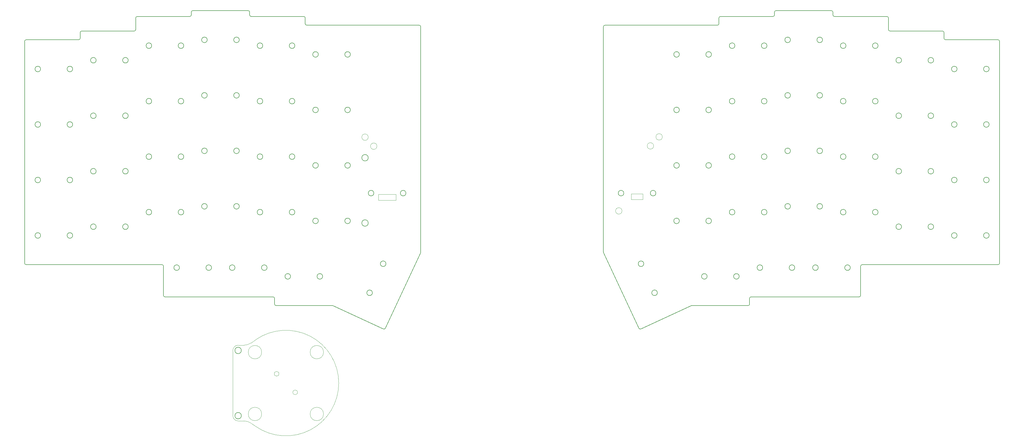
<source format=gm1>
G04 #@! TF.GenerationSoftware,KiCad,Pcbnew,9.0.3*
G04 #@! TF.CreationDate,2025-08-06T01:59:05-04:00*
G04 #@! TF.ProjectId,quartz58,71756172-747a-4353-982e-6b696361645f,rev?*
G04 #@! TF.SameCoordinates,Original*
G04 #@! TF.FileFunction,Profile,NP*
%FSLAX46Y46*%
G04 Gerber Fmt 4.6, Leading zero omitted, Abs format (unit mm)*
G04 Created by KiCad (PCBNEW 9.0.3) date 2025-08-06 01:59:05*
%MOMM*%
%LPD*%
G01*
G04 APERTURE LIST*
G04 #@! TA.AperFunction,Profile*
%ADD10C,0.150000*%
G04 #@! TD*
G04 #@! TA.AperFunction,Profile*
%ADD11C,0.100000*%
G04 #@! TD*
G04 #@! TA.AperFunction,Profile*
%ADD12C,0.200000*%
G04 #@! TD*
G04 APERTURE END LIST*
D10*
X151581850Y-176177544D02*
X132151607Y-176177544D01*
X103076607Y-76427544D02*
X103076607Y-75427544D01*
X168958035Y-184228503D02*
X151793159Y-176224390D01*
X103576607Y-74927544D02*
X122626607Y-74927544D01*
X181776606Y-157811695D02*
G75*
G02*
X181729765Y-158023010I-499606J-105D01*
G01*
X294576607Y-175677544D02*
G75*
G02*
X294076607Y-176177607I-500107J44D01*
G01*
X181276607Y-79927544D02*
G75*
G02*
X181776556Y-80427544I-7J-499956D01*
G01*
X123626607Y-76927544D02*
X141676607Y-76927544D01*
X341701607Y-76927544D02*
X323651607Y-76927544D01*
D11*
X117351881Y-191582162D02*
G75*
G02*
X119151881Y-189782181I1800019J-38D01*
G01*
D10*
X332676607Y-172677544D02*
G75*
G02*
X332176607Y-173177607I-500107J44D01*
G01*
X332676607Y-172677544D02*
X332676607Y-162627544D01*
X302601607Y-76927544D02*
X284551607Y-76927544D01*
X84026607Y-77427544D02*
G75*
G02*
X84526607Y-76927507I499993J44D01*
G01*
X332676607Y-162627544D02*
G75*
G02*
X333176607Y-162127607I499893J44D01*
G01*
X93551607Y-172677544D02*
X93551607Y-162627544D01*
X94051607Y-173177544D02*
G75*
G02*
X93551556Y-172677544I-7J500044D01*
G01*
X244498454Y-158023007D02*
X256605717Y-183986662D01*
D11*
X125211941Y-187886792D02*
G75*
G02*
X125211943Y-217676709I10327439J-14894958D01*
G01*
D10*
X151581850Y-176177544D02*
G75*
G02*
X151793164Y-176224379I-50J-500356D01*
G01*
X169622497Y-183986661D02*
G75*
G02*
X168958020Y-184228535I-453197J211361D01*
G01*
X122626607Y-74927544D02*
G75*
G02*
X123126556Y-75427544I-7J-499956D01*
G01*
X65476607Y-81927544D02*
X83526607Y-81927544D01*
X361251607Y-84427544D02*
X361251607Y-82427544D01*
X132151607Y-176177544D02*
G75*
G02*
X131651556Y-175677544I-7J500044D01*
G01*
X380301607Y-161627544D02*
X380301607Y-85427544D01*
X142676607Y-79927544D02*
G75*
G02*
X142176556Y-79427544I-7J500044D01*
G01*
X142676607Y-79927544D02*
X181276607Y-79927544D01*
X257270180Y-184228503D02*
G75*
G02*
X256605732Y-183986655I-211280J453203D01*
G01*
D12*
X120251881Y-213981342D02*
G75*
G02*
X118051881Y-213981342I-1100000J0D01*
G01*
X118051881Y-213981342D02*
G75*
G02*
X120251881Y-213981342I1100000J0D01*
G01*
D10*
X142176607Y-77427544D02*
X142176607Y-79427544D01*
X274435055Y-176224390D02*
G75*
G02*
X274646364Y-176177544I211145J-452410D01*
G01*
X323651607Y-76927544D02*
G75*
G02*
X323151656Y-76427544I-7J499944D01*
G01*
X84526607Y-76927544D02*
X102576607Y-76927544D01*
X322651607Y-74927544D02*
G75*
G02*
X323151656Y-75427544I-7J-500056D01*
G01*
X46426607Y-84927544D02*
X64476607Y-84927544D01*
X379801607Y-84927544D02*
X361751607Y-84927544D01*
X333176607Y-162127544D02*
X379801607Y-162127544D01*
X131151607Y-173177544D02*
X94051607Y-173177544D01*
X342701607Y-81927544D02*
G75*
G02*
X342201656Y-81427544I-7J499944D01*
G01*
X322651607Y-74927544D02*
X303601607Y-74927544D01*
X379801607Y-84927544D02*
G75*
G02*
X380301656Y-85427544I-7J-500056D01*
G01*
D12*
X120251881Y-191582162D02*
G75*
G02*
X118051881Y-191582162I-1100000J0D01*
G01*
X118051881Y-191582162D02*
G75*
G02*
X120251881Y-191582162I1100000J0D01*
G01*
D10*
X342201607Y-81427544D02*
X342201607Y-77427544D01*
X46426607Y-162127544D02*
G75*
G02*
X45926556Y-161627544I-7J500044D01*
G01*
X64976607Y-84427544D02*
G75*
G02*
X64476607Y-84927507I-500007J44D01*
G01*
X283551607Y-79927544D02*
X244951607Y-79927544D01*
X274646364Y-176177544D02*
X294076607Y-176177544D01*
D11*
X121151881Y-215781342D02*
G75*
G02*
X123568364Y-216537128I19J-4240958D01*
G01*
D10*
X284051607Y-77427544D02*
X284051607Y-79427544D01*
X131651607Y-175677544D02*
X131651607Y-173677544D01*
X303101607Y-75427544D02*
G75*
G02*
X303601607Y-74927607I499893J44D01*
G01*
X123126607Y-75427544D02*
X123126607Y-76427544D01*
X181729760Y-158023007D02*
X169622497Y-183986662D01*
X294576607Y-173677544D02*
G75*
G02*
X295076607Y-173177607I499893J44D01*
G01*
D11*
X123568361Y-216537148D02*
X125211941Y-217676707D01*
X119151881Y-189782162D02*
X121161559Y-189782162D01*
D10*
X360751607Y-81927544D02*
G75*
G02*
X361251656Y-82427544I-7J-500056D01*
G01*
X84026607Y-81427544D02*
G75*
G02*
X83526607Y-81927507I-500007J44D01*
G01*
X323151607Y-76427544D02*
X323151607Y-75427544D01*
D11*
X119151881Y-215781342D02*
G75*
G02*
X117351858Y-213981342I19J1800042D01*
G01*
D10*
X244498455Y-158023007D02*
G75*
G02*
X244451609Y-157811695I453145J211307D01*
G01*
X284051607Y-79427544D02*
G75*
G02*
X283551607Y-79927607I-500107J44D01*
G01*
X64976607Y-84427544D02*
X64976607Y-82427544D01*
X181776607Y-80427544D02*
X181776607Y-157811695D01*
X45926607Y-85427544D02*
G75*
G02*
X46426607Y-84927507I499993J44D01*
G01*
D11*
X123568361Y-189026372D02*
G75*
G02*
X121151881Y-189782174I-2416461J3485072D01*
G01*
D10*
X294576607Y-175677544D02*
X294576607Y-173677544D01*
X341701607Y-76927544D02*
G75*
G02*
X342201656Y-77427544I-7J-500056D01*
G01*
X361751607Y-84927544D02*
G75*
G02*
X361251656Y-84427544I-7J499944D01*
G01*
X45926607Y-161627544D02*
X45926607Y-85427544D01*
X380301607Y-161627544D02*
G75*
G02*
X379801607Y-162127607I-500107J44D01*
G01*
X244451607Y-80427544D02*
X244451607Y-157811695D01*
X141676607Y-76927544D02*
G75*
G02*
X142176556Y-77427544I-7J-499956D01*
G01*
X284051607Y-77427544D02*
G75*
G02*
X284551607Y-76927607I499893J44D01*
G01*
X64976607Y-82427544D02*
G75*
G02*
X65476607Y-81927507I499993J44D01*
G01*
X123626607Y-76927544D02*
G75*
G02*
X123126556Y-76427544I-7J500044D01*
G01*
X93051607Y-162127544D02*
X46426607Y-162127544D01*
X244451607Y-80427544D02*
G75*
G02*
X244951607Y-79927607I499893J44D01*
G01*
X303101607Y-76427544D02*
G75*
G02*
X302601607Y-76927607I-500107J44D01*
G01*
X103076607Y-75427544D02*
G75*
G02*
X103576607Y-74927507I499993J44D01*
G01*
D11*
X119151881Y-215781342D02*
X121151900Y-215781342D01*
X125211941Y-187886792D02*
X123568361Y-189026371D01*
D10*
X93051607Y-162127544D02*
G75*
G02*
X93551556Y-162627544I-7J-499956D01*
G01*
X103076607Y-76427544D02*
G75*
G02*
X102576607Y-76927507I-500007J44D01*
G01*
X360751607Y-81927544D02*
X342701607Y-81927544D01*
D11*
X117351881Y-191582200D02*
X117351881Y-213990399D01*
D10*
X84026607Y-81427544D02*
X84026607Y-77427544D01*
X131151607Y-173177544D02*
G75*
G02*
X131651556Y-173677544I-7J-499956D01*
G01*
X257270179Y-184228503D02*
X274435055Y-176224390D01*
X303101607Y-75427544D02*
X303101607Y-76427544D01*
X295076607Y-173177544D02*
X332176607Y-173177544D01*
D12*
X70451607Y-149102544D02*
G75*
G02*
X68551607Y-149102544I-950000J0D01*
G01*
X68551607Y-149102544D02*
G75*
G02*
X70451607Y-149102544I950000J0D01*
G01*
X81451607Y-149102544D02*
G75*
G02*
X79551607Y-149102544I-950000J0D01*
G01*
X79551607Y-149102544D02*
G75*
G02*
X81451607Y-149102544I950000J0D01*
G01*
X289526607Y-125052544D02*
G75*
G02*
X287626607Y-125052544I-950000J0D01*
G01*
X287626607Y-125052544D02*
G75*
G02*
X289526607Y-125052544I950000J0D01*
G01*
X300526607Y-125052544D02*
G75*
G02*
X298626607Y-125052544I-950000J0D01*
G01*
X298626607Y-125052544D02*
G75*
G02*
X300526607Y-125052544I950000J0D01*
G01*
X308576607Y-104002544D02*
G75*
G02*
X306676607Y-104002544I-950000J0D01*
G01*
X306676607Y-104002544D02*
G75*
G02*
X308576607Y-104002544I950000J0D01*
G01*
X319576607Y-104002544D02*
G75*
G02*
X317676607Y-104002544I-950000J0D01*
G01*
X317676607Y-104002544D02*
G75*
G02*
X319576607Y-104002544I950000J0D01*
G01*
X99026607Y-163152544D02*
G75*
G02*
X97126607Y-163152544I-950000J0D01*
G01*
X97126607Y-163152544D02*
G75*
G02*
X99026607Y-163152544I950000J0D01*
G01*
X110026607Y-163152544D02*
G75*
G02*
X108126607Y-163152544I-950000J0D01*
G01*
X108126607Y-163152544D02*
G75*
G02*
X110026607Y-163152544I950000J0D01*
G01*
X146651607Y-147102544D02*
G75*
G02*
X144751607Y-147102544I-950000J0D01*
G01*
X144751607Y-147102544D02*
G75*
G02*
X146651607Y-147102544I950000J0D01*
G01*
X157651607Y-147102544D02*
G75*
G02*
X155751607Y-147102544I-950000J0D01*
G01*
X155751607Y-147102544D02*
G75*
G02*
X157651607Y-147102544I950000J0D01*
G01*
X327626607Y-144102544D02*
G75*
G02*
X325726607Y-144102544I-950000J0D01*
G01*
X325726607Y-144102544D02*
G75*
G02*
X327626607Y-144102544I950000J0D01*
G01*
X338626607Y-144102544D02*
G75*
G02*
X336726607Y-144102544I-950000J0D01*
G01*
X336726607Y-144102544D02*
G75*
G02*
X338626607Y-144102544I950000J0D01*
G01*
X365726607Y-94952544D02*
G75*
G02*
X363826607Y-94952544I-950000J0D01*
G01*
X363826607Y-94952544D02*
G75*
G02*
X365726607Y-94952544I950000J0D01*
G01*
X376726607Y-94952544D02*
G75*
G02*
X374826607Y-94952544I-950000J0D01*
G01*
X374826607Y-94952544D02*
G75*
G02*
X376726607Y-94952544I950000J0D01*
G01*
X89501607Y-106002544D02*
G75*
G02*
X87601607Y-106002544I-950000J0D01*
G01*
X87601607Y-106002544D02*
G75*
G02*
X89501607Y-106002544I950000J0D01*
G01*
X100501607Y-106002544D02*
G75*
G02*
X98601607Y-106002544I-950000J0D01*
G01*
X98601607Y-106002544D02*
G75*
G02*
X100501607Y-106002544I950000J0D01*
G01*
X108551607Y-142102544D02*
G75*
G02*
X106651607Y-142102544I-950000J0D01*
G01*
X106651607Y-142102544D02*
G75*
G02*
X108551607Y-142102544I950000J0D01*
G01*
X119551607Y-142102544D02*
G75*
G02*
X117651607Y-142102544I-950000J0D01*
G01*
X117651607Y-142102544D02*
G75*
G02*
X119551607Y-142102544I950000J0D01*
G01*
X346676607Y-111002544D02*
G75*
G02*
X344776607Y-111002544I-950000J0D01*
G01*
X344776607Y-111002544D02*
G75*
G02*
X346676607Y-111002544I950000J0D01*
G01*
X357676607Y-111002544D02*
G75*
G02*
X355776607Y-111002544I-950000J0D01*
G01*
X355776607Y-111002544D02*
G75*
G02*
X357676607Y-111002544I950000J0D01*
G01*
D11*
X148445981Y-213388352D02*
G75*
G02*
X143845981Y-213388352I-2300000J0D01*
G01*
X143845981Y-213388352D02*
G75*
G02*
X148445981Y-213388352I2300000J0D01*
G01*
X148445981Y-192175152D02*
G75*
G02*
X143845981Y-192175152I-2300000J0D01*
G01*
X143845981Y-192175152D02*
G75*
G02*
X148445981Y-192175152I2300000J0D01*
G01*
X139521361Y-205963732D02*
G75*
G02*
X137921361Y-205963732I-800000J0D01*
G01*
X137921361Y-205963732D02*
G75*
G02*
X139521361Y-205963732I800000J0D01*
G01*
X133157401Y-199599772D02*
G75*
G02*
X131557401Y-199599772I-800000J0D01*
G01*
X131557401Y-199599772D02*
G75*
G02*
X133157401Y-199599772I800000J0D01*
G01*
X127232781Y-213388352D02*
G75*
G02*
X122632781Y-213388352I-2300000J0D01*
G01*
X122632781Y-213388352D02*
G75*
G02*
X127232781Y-213388352I2300000J0D01*
G01*
X127232781Y-192175152D02*
G75*
G02*
X122632781Y-192175152I-2300000J0D01*
G01*
X122632781Y-192175152D02*
G75*
G02*
X127232781Y-192175152I2300000J0D01*
G01*
D12*
X327626607Y-106002544D02*
G75*
G02*
X325726607Y-106002544I-950000J0D01*
G01*
X325726607Y-106002544D02*
G75*
G02*
X327626607Y-106002544I950000J0D01*
G01*
X338626607Y-106002544D02*
G75*
G02*
X336726607Y-106002544I-950000J0D01*
G01*
X336726607Y-106002544D02*
G75*
G02*
X338626607Y-106002544I950000J0D01*
G01*
X51401607Y-94952544D02*
G75*
G02*
X49501607Y-94952544I-950000J0D01*
G01*
X49501607Y-94952544D02*
G75*
G02*
X51401607Y-94952544I950000J0D01*
G01*
X62401607Y-94952544D02*
G75*
G02*
X60501607Y-94952544I-950000J0D01*
G01*
X60501607Y-94952544D02*
G75*
G02*
X62401607Y-94952544I950000J0D01*
G01*
X89501607Y-86952544D02*
G75*
G02*
X87601607Y-86952544I-950000J0D01*
G01*
X87601607Y-86952544D02*
G75*
G02*
X89501607Y-86952544I950000J0D01*
G01*
X100501607Y-86952544D02*
G75*
G02*
X98601607Y-86952544I-950000J0D01*
G01*
X98601607Y-86952544D02*
G75*
G02*
X100501607Y-86952544I950000J0D01*
G01*
X118076607Y-163152544D02*
G75*
G02*
X116176607Y-163152544I-950000J0D01*
G01*
X116176607Y-163152544D02*
G75*
G02*
X118076607Y-163152544I950000J0D01*
G01*
X129076607Y-163152544D02*
G75*
G02*
X127176607Y-163152544I-950000J0D01*
G01*
X127176607Y-163152544D02*
G75*
G02*
X129076607Y-163152544I950000J0D01*
G01*
X308576607Y-84952544D02*
G75*
G02*
X306676607Y-84952544I-950000J0D01*
G01*
X306676607Y-84952544D02*
G75*
G02*
X308576607Y-84952544I950000J0D01*
G01*
X319576607Y-84952544D02*
G75*
G02*
X317676607Y-84952544I-950000J0D01*
G01*
X317676607Y-84952544D02*
G75*
G02*
X319576607Y-84952544I950000J0D01*
G01*
X51401607Y-152102544D02*
G75*
G02*
X49501607Y-152102544I-950000J0D01*
G01*
X49501607Y-152102544D02*
G75*
G02*
X51401607Y-152102544I950000J0D01*
G01*
X62401607Y-152102544D02*
G75*
G02*
X60501607Y-152102544I-950000J0D01*
G01*
X60501607Y-152102544D02*
G75*
G02*
X62401607Y-152102544I950000J0D01*
G01*
X327626607Y-86952544D02*
G75*
G02*
X325726607Y-86952544I-950000J0D01*
G01*
X325726607Y-86952544D02*
G75*
G02*
X327626607Y-86952544I950000J0D01*
G01*
X338626607Y-86952544D02*
G75*
G02*
X336726607Y-86952544I-950000J0D01*
G01*
X336726607Y-86952544D02*
G75*
G02*
X338626607Y-86952544I950000J0D01*
G01*
X365726607Y-114002544D02*
G75*
G02*
X363826607Y-114002544I-950000J0D01*
G01*
X363826607Y-114002544D02*
G75*
G02*
X365726607Y-114002544I950000J0D01*
G01*
X376726607Y-114002544D02*
G75*
G02*
X374826607Y-114002544I-950000J0D01*
G01*
X374826607Y-114002544D02*
G75*
G02*
X376726607Y-114002544I950000J0D01*
G01*
X258278895Y-161816344D02*
G75*
G02*
X256378897Y-161816344I-949999J0D01*
G01*
X256378897Y-161816344D02*
G75*
G02*
X258278895Y-161816344I949999J0D01*
G01*
X262927696Y-171785730D02*
G75*
G02*
X261027696Y-171785730I-950000J0D01*
G01*
X261027696Y-171785730D02*
G75*
G02*
X262927696Y-171785730I950000J0D01*
G01*
X346676607Y-149102544D02*
G75*
G02*
X344776607Y-149102544I-950000J0D01*
G01*
X344776607Y-149102544D02*
G75*
G02*
X346676607Y-149102544I950000J0D01*
G01*
X357676607Y-149102544D02*
G75*
G02*
X355776607Y-149102544I-950000J0D01*
G01*
X355776607Y-149102544D02*
G75*
G02*
X357676607Y-149102544I950000J0D01*
G01*
X308576607Y-142102544D02*
G75*
G02*
X306676607Y-142102544I-950000J0D01*
G01*
X306676607Y-142102544D02*
G75*
G02*
X308576607Y-142102544I950000J0D01*
G01*
X319576607Y-142102544D02*
G75*
G02*
X317676607Y-142102544I-950000J0D01*
G01*
X317676607Y-142102544D02*
G75*
G02*
X319576607Y-142102544I950000J0D01*
G01*
X127601607Y-144102544D02*
G75*
G02*
X125701607Y-144102544I-950000J0D01*
G01*
X125701607Y-144102544D02*
G75*
G02*
X127601607Y-144102544I950000J0D01*
G01*
X138601607Y-144102544D02*
G75*
G02*
X136701607Y-144102544I-950000J0D01*
G01*
X136701607Y-144102544D02*
G75*
G02*
X138601607Y-144102544I950000J0D01*
G01*
X127601607Y-86952544D02*
G75*
G02*
X125701607Y-86952544I-950000J0D01*
G01*
X125701607Y-86952544D02*
G75*
G02*
X127601607Y-86952544I950000J0D01*
G01*
X138601607Y-86952544D02*
G75*
G02*
X136701607Y-86952544I-950000J0D01*
G01*
X136701607Y-86952544D02*
G75*
G02*
X138601607Y-86952544I950000J0D01*
G01*
X127601607Y-106002544D02*
G75*
G02*
X125701607Y-106002544I-950000J0D01*
G01*
X125701607Y-106002544D02*
G75*
G02*
X127601607Y-106002544I950000J0D01*
G01*
X138601607Y-106002544D02*
G75*
G02*
X136701607Y-106002544I-950000J0D01*
G01*
X136701607Y-106002544D02*
G75*
G02*
X138601607Y-106002544I950000J0D01*
G01*
X270476607Y-147102544D02*
G75*
G02*
X268576607Y-147102544I-950000J0D01*
G01*
X268576607Y-147102544D02*
G75*
G02*
X270476607Y-147102544I950000J0D01*
G01*
X281476607Y-147102544D02*
G75*
G02*
X279576607Y-147102544I-950000J0D01*
G01*
X279576607Y-147102544D02*
G75*
G02*
X281476607Y-147102544I950000J0D01*
G01*
X70451607Y-130052544D02*
G75*
G02*
X68551607Y-130052544I-950000J0D01*
G01*
X68551607Y-130052544D02*
G75*
G02*
X70451607Y-130052544I950000J0D01*
G01*
X81451607Y-130052544D02*
G75*
G02*
X79551607Y-130052544I-950000J0D01*
G01*
X79551607Y-130052544D02*
G75*
G02*
X81451607Y-130052544I950000J0D01*
G01*
X165200519Y-171785730D02*
G75*
G02*
X163300517Y-171785730I-950001J0D01*
G01*
X163300517Y-171785730D02*
G75*
G02*
X165200519Y-171785730I950001J0D01*
G01*
X169849318Y-161816344D02*
G75*
G02*
X167949318Y-161816344I-950000J0D01*
G01*
X167949318Y-161816344D02*
G75*
G02*
X169849318Y-161816344I950000J0D01*
G01*
X146651607Y-89952544D02*
G75*
G02*
X144751607Y-89952544I-950000J0D01*
G01*
X144751607Y-89952544D02*
G75*
G02*
X146651607Y-89952544I950000J0D01*
G01*
X157651607Y-89952544D02*
G75*
G02*
X155751607Y-89952544I-950000J0D01*
G01*
X155751607Y-89952544D02*
G75*
G02*
X157651607Y-89952544I950000J0D01*
G01*
X89501607Y-125052544D02*
G75*
G02*
X87601607Y-125052544I-950000J0D01*
G01*
X87601607Y-125052544D02*
G75*
G02*
X89501607Y-125052544I950000J0D01*
G01*
X100501607Y-125052544D02*
G75*
G02*
X98601607Y-125052544I-950000J0D01*
G01*
X98601607Y-125052544D02*
G75*
G02*
X100501607Y-125052544I950000J0D01*
G01*
X270476607Y-128052544D02*
G75*
G02*
X268576607Y-128052544I-950000J0D01*
G01*
X268576607Y-128052544D02*
G75*
G02*
X270476607Y-128052544I950000J0D01*
G01*
X281476607Y-128052544D02*
G75*
G02*
X279576607Y-128052544I-950000J0D01*
G01*
X279576607Y-128052544D02*
G75*
G02*
X281476607Y-128052544I950000J0D01*
G01*
X289526607Y-86952544D02*
G75*
G02*
X287626607Y-86952544I-950000J0D01*
G01*
X287626607Y-86952544D02*
G75*
G02*
X289526607Y-86952544I950000J0D01*
G01*
X300526607Y-86952544D02*
G75*
G02*
X298626607Y-86952544I-950000J0D01*
G01*
X298626607Y-86952544D02*
G75*
G02*
X300526607Y-86952544I950000J0D01*
G01*
X165701607Y-137577544D02*
G75*
G02*
X163801607Y-137577544I-950000J0D01*
G01*
X163801607Y-137577544D02*
G75*
G02*
X165701607Y-137577544I950000J0D01*
G01*
X176701607Y-137577544D02*
G75*
G02*
X174801607Y-137577544I-950000J0D01*
G01*
X174801607Y-137577544D02*
G75*
G02*
X176701607Y-137577544I950000J0D01*
G01*
X146651607Y-109002544D02*
G75*
G02*
X144751607Y-109002544I-950000J0D01*
G01*
X144751607Y-109002544D02*
G75*
G02*
X146651607Y-109002544I950000J0D01*
G01*
X157651607Y-109002544D02*
G75*
G02*
X155751607Y-109002544I-950000J0D01*
G01*
X155751607Y-109002544D02*
G75*
G02*
X157651607Y-109002544I950000J0D01*
G01*
X365726607Y-152102544D02*
G75*
G02*
X363826607Y-152102544I-950000J0D01*
G01*
X363826607Y-152102544D02*
G75*
G02*
X365726607Y-152102544I950000J0D01*
G01*
X376726607Y-152102544D02*
G75*
G02*
X374826607Y-152102544I-950000J0D01*
G01*
X374826607Y-152102544D02*
G75*
G02*
X376726607Y-152102544I950000J0D01*
G01*
X299051607Y-163152544D02*
G75*
G02*
X297151607Y-163152544I-950000J0D01*
G01*
X297151607Y-163152544D02*
G75*
G02*
X299051607Y-163152544I950000J0D01*
G01*
X310051607Y-163152544D02*
G75*
G02*
X308151607Y-163152544I-950000J0D01*
G01*
X308151607Y-163152544D02*
G75*
G02*
X310051607Y-163152544I950000J0D01*
G01*
D11*
X167252107Y-138027134D02*
X173252107Y-138027134D01*
X173252107Y-140027134D01*
X167252107Y-140027134D01*
X167252107Y-138027134D01*
D12*
X163776607Y-125427544D02*
G75*
G02*
X161576607Y-125427544I-1100000J0D01*
G01*
X161576607Y-125427544D02*
G75*
G02*
X163776607Y-125427544I1100000J0D01*
G01*
X163776607Y-147826724D02*
G75*
G02*
X161576607Y-147826724I-1100000J0D01*
G01*
X161576607Y-147826724D02*
G75*
G02*
X163776607Y-147826724I1100000J0D01*
G01*
X51401607Y-133052544D02*
G75*
G02*
X49501607Y-133052544I-950000J0D01*
G01*
X49501607Y-133052544D02*
G75*
G02*
X51401607Y-133052544I950000J0D01*
G01*
X62401607Y-133052544D02*
G75*
G02*
X60501607Y-133052544I-950000J0D01*
G01*
X60501607Y-133052544D02*
G75*
G02*
X62401607Y-133052544I950000J0D01*
G01*
X146651607Y-128052544D02*
G75*
G02*
X144751607Y-128052544I-950000J0D01*
G01*
X144751607Y-128052544D02*
G75*
G02*
X146651607Y-128052544I950000J0D01*
G01*
X157651607Y-128052544D02*
G75*
G02*
X155751607Y-128052544I-950000J0D01*
G01*
X155751607Y-128052544D02*
G75*
G02*
X157651607Y-128052544I950000J0D01*
G01*
X108551607Y-84952544D02*
G75*
G02*
X106651607Y-84952544I-950000J0D01*
G01*
X106651607Y-84952544D02*
G75*
G02*
X108551607Y-84952544I950000J0D01*
G01*
X119551607Y-84952544D02*
G75*
G02*
X117651607Y-84952544I-950000J0D01*
G01*
X117651607Y-84952544D02*
G75*
G02*
X119551607Y-84952544I950000J0D01*
G01*
D11*
X163776607Y-118359634D02*
G75*
G02*
X161576607Y-118359634I-1100000J0D01*
G01*
X161576607Y-118359634D02*
G75*
G02*
X163776607Y-118359634I1100000J0D01*
G01*
X166768217Y-121457544D02*
G75*
G02*
X164568217Y-121457544I-1100000J0D01*
G01*
X164568217Y-121457544D02*
G75*
G02*
X166768217Y-121457544I1100000J0D01*
G01*
D12*
X289526607Y-106002544D02*
G75*
G02*
X287626607Y-106002544I-950000J0D01*
G01*
X287626607Y-106002544D02*
G75*
G02*
X289526607Y-106002544I950000J0D01*
G01*
X300526607Y-106002544D02*
G75*
G02*
X298626607Y-106002544I-950000J0D01*
G01*
X298626607Y-106002544D02*
G75*
G02*
X300526607Y-106002544I950000J0D01*
G01*
X346676607Y-130052544D02*
G75*
G02*
X344776607Y-130052544I-950000J0D01*
G01*
X344776607Y-130052544D02*
G75*
G02*
X346676607Y-130052544I950000J0D01*
G01*
X357676607Y-130052544D02*
G75*
G02*
X355776607Y-130052544I-950000J0D01*
G01*
X355776607Y-130052544D02*
G75*
G02*
X357676607Y-130052544I950000J0D01*
G01*
X51401607Y-114002544D02*
G75*
G02*
X49501607Y-114002544I-950000J0D01*
G01*
X49501607Y-114002544D02*
G75*
G02*
X51401607Y-114002544I950000J0D01*
G01*
X62401607Y-114002544D02*
G75*
G02*
X60501607Y-114002544I-950000J0D01*
G01*
X60501607Y-114002544D02*
G75*
G02*
X62401607Y-114002544I950000J0D01*
G01*
X308576607Y-123052544D02*
G75*
G02*
X306676607Y-123052544I-950000J0D01*
G01*
X306676607Y-123052544D02*
G75*
G02*
X308576607Y-123052544I950000J0D01*
G01*
X319576607Y-123052544D02*
G75*
G02*
X317676607Y-123052544I-950000J0D01*
G01*
X317676607Y-123052544D02*
G75*
G02*
X319576607Y-123052544I950000J0D01*
G01*
D11*
X253976607Y-137777544D02*
X257976607Y-137777544D01*
X257976607Y-139777544D01*
X253976607Y-139777544D01*
X253976607Y-137777544D01*
X250816607Y-143677544D02*
G75*
G02*
X248616607Y-143677544I-1100000J0D01*
G01*
X248616607Y-143677544D02*
G75*
G02*
X250816607Y-143677544I1100000J0D01*
G01*
D12*
X108551607Y-123052544D02*
G75*
G02*
X106651607Y-123052544I-950000J0D01*
G01*
X106651607Y-123052544D02*
G75*
G02*
X108551607Y-123052544I950000J0D01*
G01*
X119551607Y-123052544D02*
G75*
G02*
X117651607Y-123052544I-950000J0D01*
G01*
X117651607Y-123052544D02*
G75*
G02*
X119551607Y-123052544I950000J0D01*
G01*
X89501607Y-144102544D02*
G75*
G02*
X87601607Y-144102544I-950000J0D01*
G01*
X87601607Y-144102544D02*
G75*
G02*
X89501607Y-144102544I950000J0D01*
G01*
X100501607Y-144102544D02*
G75*
G02*
X98601607Y-144102544I-950000J0D01*
G01*
X98601607Y-144102544D02*
G75*
G02*
X100501607Y-144102544I950000J0D01*
G01*
X280001607Y-166152544D02*
G75*
G02*
X278101607Y-166152544I-950000J0D01*
G01*
X278101607Y-166152544D02*
G75*
G02*
X280001607Y-166152544I950000J0D01*
G01*
X291001607Y-166152544D02*
G75*
G02*
X289101607Y-166152544I-950000J0D01*
G01*
X289101607Y-166152544D02*
G75*
G02*
X291001607Y-166152544I950000J0D01*
G01*
X270476607Y-109002544D02*
G75*
G02*
X268576607Y-109002544I-950000J0D01*
G01*
X268576607Y-109002544D02*
G75*
G02*
X270476607Y-109002544I950000J0D01*
G01*
X281476607Y-109002544D02*
G75*
G02*
X279576607Y-109002544I-950000J0D01*
G01*
X279576607Y-109002544D02*
G75*
G02*
X281476607Y-109002544I950000J0D01*
G01*
X289526607Y-144102544D02*
G75*
G02*
X287626607Y-144102544I-950000J0D01*
G01*
X287626607Y-144102544D02*
G75*
G02*
X289526607Y-144102544I950000J0D01*
G01*
X300526607Y-144102544D02*
G75*
G02*
X298626607Y-144102544I-950000J0D01*
G01*
X298626607Y-144102544D02*
G75*
G02*
X300526607Y-144102544I950000J0D01*
G01*
X70451607Y-111002544D02*
G75*
G02*
X68551607Y-111002544I-950000J0D01*
G01*
X68551607Y-111002544D02*
G75*
G02*
X70451607Y-111002544I950000J0D01*
G01*
X81451607Y-111002544D02*
G75*
G02*
X79551607Y-111002544I-950000J0D01*
G01*
X79551607Y-111002544D02*
G75*
G02*
X81451607Y-111002544I950000J0D01*
G01*
X251426607Y-137577544D02*
G75*
G02*
X249526607Y-137577544I-950000J0D01*
G01*
X249526607Y-137577544D02*
G75*
G02*
X251426607Y-137577544I950000J0D01*
G01*
X262426607Y-137577544D02*
G75*
G02*
X260526607Y-137577544I-950000J0D01*
G01*
X260526607Y-137577544D02*
G75*
G02*
X262426607Y-137577544I950000J0D01*
G01*
X327626607Y-125052544D02*
G75*
G02*
X325726607Y-125052544I-950000J0D01*
G01*
X325726607Y-125052544D02*
G75*
G02*
X327626607Y-125052544I950000J0D01*
G01*
X338626607Y-125052544D02*
G75*
G02*
X336726607Y-125052544I-950000J0D01*
G01*
X336726607Y-125052544D02*
G75*
G02*
X338626607Y-125052544I950000J0D01*
G01*
X70451607Y-91952544D02*
G75*
G02*
X68551607Y-91952544I-950000J0D01*
G01*
X68551607Y-91952544D02*
G75*
G02*
X70451607Y-91952544I950000J0D01*
G01*
X81451607Y-91952544D02*
G75*
G02*
X79551607Y-91952544I-950000J0D01*
G01*
X79551607Y-91952544D02*
G75*
G02*
X81451607Y-91952544I950000J0D01*
G01*
X318101607Y-163152544D02*
G75*
G02*
X316201607Y-163152544I-950000J0D01*
G01*
X316201607Y-163152544D02*
G75*
G02*
X318101607Y-163152544I950000J0D01*
G01*
X329101607Y-163152544D02*
G75*
G02*
X327201607Y-163152544I-950000J0D01*
G01*
X327201607Y-163152544D02*
G75*
G02*
X329101607Y-163152544I950000J0D01*
G01*
X127601607Y-125052544D02*
G75*
G02*
X125701607Y-125052544I-950000J0D01*
G01*
X125701607Y-125052544D02*
G75*
G02*
X127601607Y-125052544I950000J0D01*
G01*
X138601607Y-125052544D02*
G75*
G02*
X136701607Y-125052544I-950000J0D01*
G01*
X136701607Y-125052544D02*
G75*
G02*
X138601607Y-125052544I950000J0D01*
G01*
X270476607Y-89952544D02*
G75*
G02*
X268576607Y-89952544I-950000J0D01*
G01*
X268576607Y-89952544D02*
G75*
G02*
X270476607Y-89952544I950000J0D01*
G01*
X281476607Y-89952544D02*
G75*
G02*
X279576607Y-89952544I-950000J0D01*
G01*
X279576607Y-89952544D02*
G75*
G02*
X281476607Y-89952544I950000J0D01*
G01*
X365726607Y-133052544D02*
G75*
G02*
X363826607Y-133052544I-950000J0D01*
G01*
X363826607Y-133052544D02*
G75*
G02*
X365726607Y-133052544I950000J0D01*
G01*
X376726607Y-133052544D02*
G75*
G02*
X374826607Y-133052544I-950000J0D01*
G01*
X374826607Y-133052544D02*
G75*
G02*
X376726607Y-133052544I950000J0D01*
G01*
X346676607Y-91952544D02*
G75*
G02*
X344776607Y-91952544I-950000J0D01*
G01*
X344776607Y-91952544D02*
G75*
G02*
X346676607Y-91952544I950000J0D01*
G01*
X357676607Y-91952544D02*
G75*
G02*
X355776607Y-91952544I-950000J0D01*
G01*
X355776607Y-91952544D02*
G75*
G02*
X357676607Y-91952544I950000J0D01*
G01*
X108551607Y-104002544D02*
G75*
G02*
X106651607Y-104002544I-950000J0D01*
G01*
X106651607Y-104002544D02*
G75*
G02*
X108551607Y-104002544I950000J0D01*
G01*
X119551607Y-104002544D02*
G75*
G02*
X117651607Y-104002544I-950000J0D01*
G01*
X117651607Y-104002544D02*
G75*
G02*
X119551607Y-104002544I950000J0D01*
G01*
X137126607Y-166152544D02*
G75*
G02*
X135226607Y-166152544I-950000J0D01*
G01*
X135226607Y-166152544D02*
G75*
G02*
X137126607Y-166152544I950000J0D01*
G01*
X148126607Y-166152544D02*
G75*
G02*
X146226607Y-166152544I-950000J0D01*
G01*
X146226607Y-166152544D02*
G75*
G02*
X148126607Y-166152544I950000J0D01*
G01*
D11*
X264651607Y-118259634D02*
G75*
G02*
X262451607Y-118259634I-1100000J0D01*
G01*
X262451607Y-118259634D02*
G75*
G02*
X264651607Y-118259634I1100000J0D01*
G01*
X261659997Y-121357544D02*
G75*
G02*
X259459997Y-121357544I-1100000J0D01*
G01*
X259459997Y-121357544D02*
G75*
G02*
X261659997Y-121357544I1100000J0D01*
G01*
M02*

</source>
